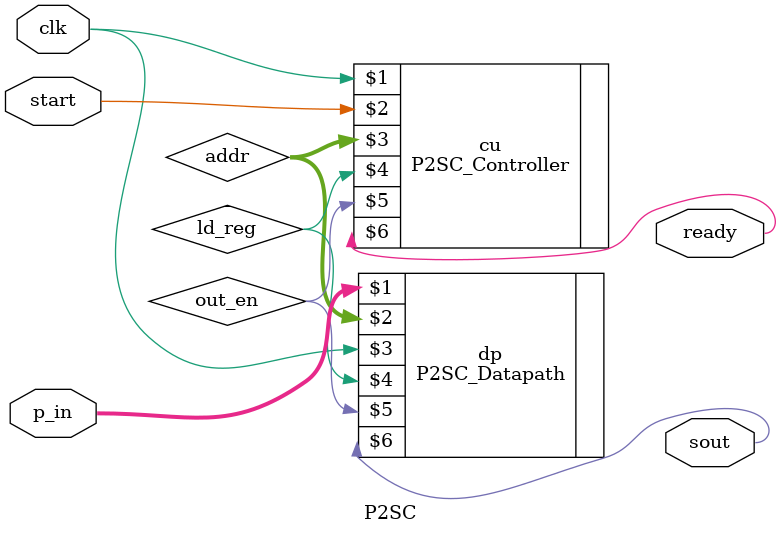
<source format=v>


`timescale 1ns/100ps

module P2SC (input [7:0] p_in,
             input clk, start,
             output sout, ready);
  
  // Use wires to store all outputs from the Controller:
  
  wire [2:0] addr;
  wire       ld_reg, out_en;
  
  
  P2SC_Datapath   dp (p_in, addr,clk, ld_reg, out_en, sout);
                      
  P2SC_Controller cu (clk, start, addr, ld_reg, out_en, ready);
  
endmodule
</source>
